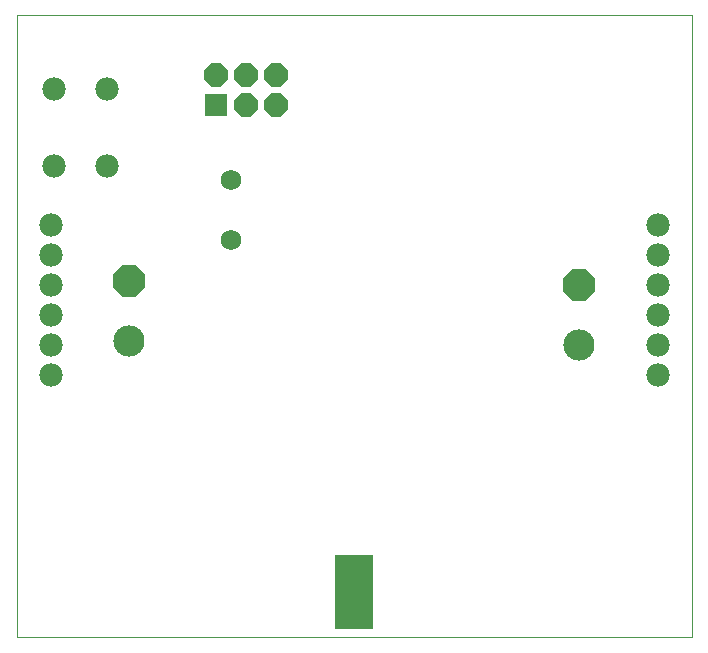
<source format=gbs>
G75*
%MOIN*%
%OFA0B0*%
%FSLAX24Y24*%
%IPPOS*%
%LPD*%
%AMOC8*
5,1,8,0,0,1.08239X$1,22.5*
%
%ADD10C,0.0000*%
%ADD11R,0.1250X0.2500*%
%ADD12C,0.1040*%
%ADD13OC8,0.1040*%
%ADD14C,0.0780*%
%ADD15C,0.0690*%
%ADD16R,0.0780X0.0780*%
%ADD17OC8,0.0780*%
D10*
X000142Y000220D02*
X000142Y020966D01*
X022637Y020966D01*
X022637Y000220D01*
X000142Y000220D01*
D11*
X011392Y001720D03*
D12*
X018892Y009970D03*
X003892Y010095D03*
D13*
X003892Y012095D03*
X018892Y011970D03*
D14*
X021517Y011970D03*
X021517Y010970D03*
X021517Y009970D03*
X021517Y008970D03*
X021517Y012970D03*
X021517Y013970D03*
X003157Y015940D03*
X001377Y015940D03*
X001267Y013970D03*
X001267Y012970D03*
X001267Y011970D03*
X001267Y010970D03*
X001267Y009970D03*
X001267Y008970D03*
X001377Y018500D03*
X003157Y018500D03*
D15*
X007267Y015470D03*
X007267Y013470D03*
D16*
X006767Y017970D03*
D17*
X007767Y017970D03*
X008767Y017970D03*
X008767Y018970D03*
X007767Y018970D03*
X006767Y018970D03*
M02*

</source>
